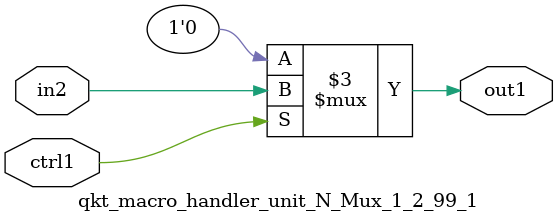
<source format=v>

`timescale 1ps / 1ps


module qkt_macro_handler_unit_N_Mux_1_2_99_1( in2, ctrl1, out1 );

    input in2;
    input ctrl1;
    output out1;
    reg out1;

    
    // rtl_process:qkt_macro_handler_unit_N_Mux_1_2_99_1/qkt_macro_handler_unit_N_Mux_1_2_99_1_thread_1
    always @*
      begin : qkt_macro_handler_unit_N_Mux_1_2_99_1_thread_1
        case (ctrl1) 
          1'b1: 
            begin
              out1 = in2;
            end
          default: 
            begin
              out1 = 1'b0;
            end
        endcase
      end

endmodule



</source>
